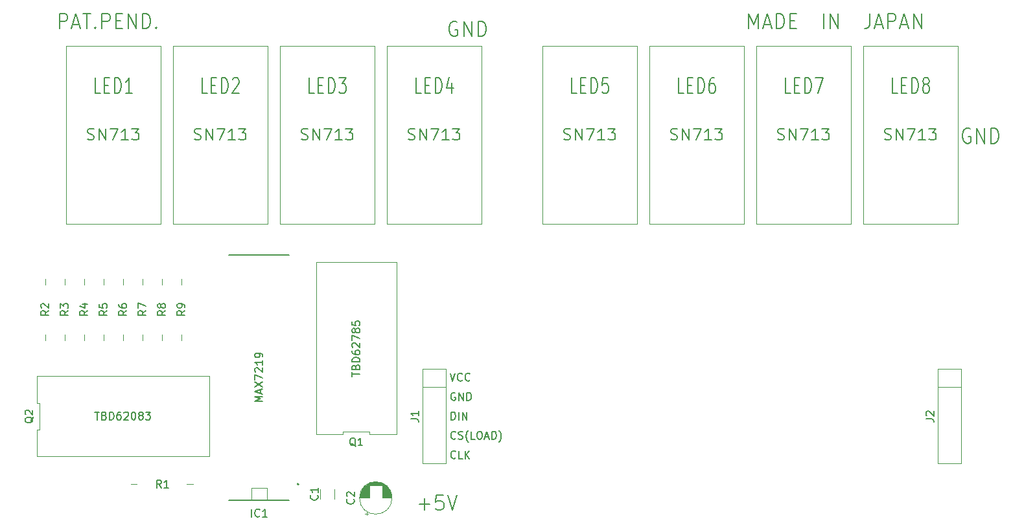
<source format=gto>
G04 #@! TF.GenerationSoftware,KiCad,Pcbnew,(5.1.5)-3*
G04 #@! TF.CreationDate,2020-06-26T18:21:24+09:00*
G04 #@! TF.ProjectId,TK80LED,544b3830-4c45-4442-9e6b-696361645f70,rev?*
G04 #@! TF.SameCoordinates,Original*
G04 #@! TF.FileFunction,Legend,Top*
G04 #@! TF.FilePolarity,Positive*
%FSLAX46Y46*%
G04 Gerber Fmt 4.6, Leading zero omitted, Abs format (unit mm)*
G04 Created by KiCad (PCBNEW (5.1.5)-3) date 2020-06-26 18:21:24*
%MOMM*%
%LPD*%
G04 APERTURE LIST*
%ADD10C,0.200000*%
%ADD11C,0.150000*%
%ADD12C,0.120000*%
%ADD13C,0.127000*%
%ADD14C,1.312000*%
%ADD15R,1.312000X1.312000*%
%ADD16O,1.702000X1.702000*%
%ADD17C,1.702000*%
%ADD18C,3.102000*%
%ADD19O,1.302000X2.102000*%
%ADD20R,1.302000X2.102000*%
%ADD21R,1.302000X1.302000*%
%ADD22C,1.302000*%
%ADD23O,2.102000X1.302000*%
%ADD24R,2.102000X1.302000*%
G04 APERTURE END LIST*
D10*
X52685714Y-66142857D02*
X54057142Y-66142857D01*
X53371428Y-66904761D02*
X53371428Y-65380952D01*
X55771428Y-64904761D02*
X54914285Y-64904761D01*
X54828571Y-65857142D01*
X54914285Y-65761904D01*
X55085714Y-65666666D01*
X55514285Y-65666666D01*
X55685714Y-65761904D01*
X55771428Y-65857142D01*
X55857142Y-66047619D01*
X55857142Y-66523809D01*
X55771428Y-66714285D01*
X55685714Y-66809523D01*
X55514285Y-66904761D01*
X55085714Y-66904761D01*
X54914285Y-66809523D01*
X54828571Y-66714285D01*
X56371428Y-64904761D02*
X56971428Y-66904761D01*
X57571428Y-64904761D01*
D11*
X32202380Y-52672857D02*
X31202380Y-52672857D01*
X31916666Y-52339523D01*
X31202380Y-52006190D01*
X32202380Y-52006190D01*
X31916666Y-51577619D02*
X31916666Y-51101428D01*
X32202380Y-51672857D02*
X31202380Y-51339523D01*
X32202380Y-51006190D01*
X31202380Y-50768095D02*
X32202380Y-50101428D01*
X31202380Y-50101428D02*
X32202380Y-50768095D01*
X31202380Y-49815714D02*
X31202380Y-49149047D01*
X32202380Y-49577619D01*
X31297619Y-48815714D02*
X31250000Y-48768095D01*
X31202380Y-48672857D01*
X31202380Y-48434761D01*
X31250000Y-48339523D01*
X31297619Y-48291904D01*
X31392857Y-48244285D01*
X31488095Y-48244285D01*
X31630952Y-48291904D01*
X32202380Y-48863333D01*
X32202380Y-48244285D01*
X32202380Y-47291904D02*
X32202380Y-47863333D01*
X32202380Y-47577619D02*
X31202380Y-47577619D01*
X31345238Y-47672857D01*
X31440476Y-47768095D01*
X31488095Y-47863333D01*
X32202380Y-46815714D02*
X32202380Y-46625238D01*
X32154761Y-46530000D01*
X32107142Y-46482380D01*
X31964285Y-46387142D01*
X31773809Y-46339523D01*
X31392857Y-46339523D01*
X31297619Y-46387142D01*
X31250000Y-46434761D01*
X31202380Y-46530000D01*
X31202380Y-46720476D01*
X31250000Y-46815714D01*
X31297619Y-46863333D01*
X31392857Y-46910952D01*
X31630952Y-46910952D01*
X31726190Y-46863333D01*
X31773809Y-46815714D01*
X31821428Y-46720476D01*
X31821428Y-46530000D01*
X31773809Y-46434761D01*
X31726190Y-46387142D01*
X31630952Y-46339523D01*
X10303333Y-54062380D02*
X10874761Y-54062380D01*
X10589047Y-55062380D02*
X10589047Y-54062380D01*
X11541428Y-54538571D02*
X11684285Y-54586190D01*
X11731904Y-54633809D01*
X11779523Y-54729047D01*
X11779523Y-54871904D01*
X11731904Y-54967142D01*
X11684285Y-55014761D01*
X11589047Y-55062380D01*
X11208095Y-55062380D01*
X11208095Y-54062380D01*
X11541428Y-54062380D01*
X11636666Y-54110000D01*
X11684285Y-54157619D01*
X11731904Y-54252857D01*
X11731904Y-54348095D01*
X11684285Y-54443333D01*
X11636666Y-54490952D01*
X11541428Y-54538571D01*
X11208095Y-54538571D01*
X12208095Y-55062380D02*
X12208095Y-54062380D01*
X12446190Y-54062380D01*
X12589047Y-54110000D01*
X12684285Y-54205238D01*
X12731904Y-54300476D01*
X12779523Y-54490952D01*
X12779523Y-54633809D01*
X12731904Y-54824285D01*
X12684285Y-54919523D01*
X12589047Y-55014761D01*
X12446190Y-55062380D01*
X12208095Y-55062380D01*
X13636666Y-54062380D02*
X13446190Y-54062380D01*
X13350952Y-54110000D01*
X13303333Y-54157619D01*
X13208095Y-54300476D01*
X13160476Y-54490952D01*
X13160476Y-54871904D01*
X13208095Y-54967142D01*
X13255714Y-55014761D01*
X13350952Y-55062380D01*
X13541428Y-55062380D01*
X13636666Y-55014761D01*
X13684285Y-54967142D01*
X13731904Y-54871904D01*
X13731904Y-54633809D01*
X13684285Y-54538571D01*
X13636666Y-54490952D01*
X13541428Y-54443333D01*
X13350952Y-54443333D01*
X13255714Y-54490952D01*
X13208095Y-54538571D01*
X13160476Y-54633809D01*
X14112857Y-54157619D02*
X14160476Y-54110000D01*
X14255714Y-54062380D01*
X14493809Y-54062380D01*
X14589047Y-54110000D01*
X14636666Y-54157619D01*
X14684285Y-54252857D01*
X14684285Y-54348095D01*
X14636666Y-54490952D01*
X14065238Y-55062380D01*
X14684285Y-55062380D01*
X15303333Y-54062380D02*
X15398571Y-54062380D01*
X15493809Y-54110000D01*
X15541428Y-54157619D01*
X15589047Y-54252857D01*
X15636666Y-54443333D01*
X15636666Y-54681428D01*
X15589047Y-54871904D01*
X15541428Y-54967142D01*
X15493809Y-55014761D01*
X15398571Y-55062380D01*
X15303333Y-55062380D01*
X15208095Y-55014761D01*
X15160476Y-54967142D01*
X15112857Y-54871904D01*
X15065238Y-54681428D01*
X15065238Y-54443333D01*
X15112857Y-54252857D01*
X15160476Y-54157619D01*
X15208095Y-54110000D01*
X15303333Y-54062380D01*
X16208095Y-54490952D02*
X16112857Y-54443333D01*
X16065238Y-54395714D01*
X16017619Y-54300476D01*
X16017619Y-54252857D01*
X16065238Y-54157619D01*
X16112857Y-54110000D01*
X16208095Y-54062380D01*
X16398571Y-54062380D01*
X16493809Y-54110000D01*
X16541428Y-54157619D01*
X16589047Y-54252857D01*
X16589047Y-54300476D01*
X16541428Y-54395714D01*
X16493809Y-54443333D01*
X16398571Y-54490952D01*
X16208095Y-54490952D01*
X16112857Y-54538571D01*
X16065238Y-54586190D01*
X16017619Y-54681428D01*
X16017619Y-54871904D01*
X16065238Y-54967142D01*
X16112857Y-55014761D01*
X16208095Y-55062380D01*
X16398571Y-55062380D01*
X16493809Y-55014761D01*
X16541428Y-54967142D01*
X16589047Y-54871904D01*
X16589047Y-54681428D01*
X16541428Y-54586190D01*
X16493809Y-54538571D01*
X16398571Y-54490952D01*
X16922380Y-54062380D02*
X17541428Y-54062380D01*
X17208095Y-54443333D01*
X17350952Y-54443333D01*
X17446190Y-54490952D01*
X17493809Y-54538571D01*
X17541428Y-54633809D01*
X17541428Y-54871904D01*
X17493809Y-54967142D01*
X17446190Y-55014761D01*
X17350952Y-55062380D01*
X17065238Y-55062380D01*
X16970000Y-55014761D01*
X16922380Y-54967142D01*
D10*
X5657142Y-3904761D02*
X5657142Y-1904761D01*
X6342857Y-1904761D01*
X6514285Y-2000000D01*
X6600000Y-2095238D01*
X6685714Y-2285714D01*
X6685714Y-2571428D01*
X6600000Y-2761904D01*
X6514285Y-2857142D01*
X6342857Y-2952380D01*
X5657142Y-2952380D01*
X7371428Y-3333333D02*
X8228571Y-3333333D01*
X7200000Y-3904761D02*
X7800000Y-1904761D01*
X8400000Y-3904761D01*
X8742857Y-1904761D02*
X9771428Y-1904761D01*
X9257142Y-3904761D02*
X9257142Y-1904761D01*
X10371428Y-3714285D02*
X10457142Y-3809523D01*
X10371428Y-3904761D01*
X10285714Y-3809523D01*
X10371428Y-3714285D01*
X10371428Y-3904761D01*
X11228571Y-3904761D02*
X11228571Y-1904761D01*
X11914285Y-1904761D01*
X12085714Y-2000000D01*
X12171428Y-2095238D01*
X12257142Y-2285714D01*
X12257142Y-2571428D01*
X12171428Y-2761904D01*
X12085714Y-2857142D01*
X11914285Y-2952380D01*
X11228571Y-2952380D01*
X13028571Y-2857142D02*
X13628571Y-2857142D01*
X13885714Y-3904761D02*
X13028571Y-3904761D01*
X13028571Y-1904761D01*
X13885714Y-1904761D01*
X14657142Y-3904761D02*
X14657142Y-1904761D01*
X15685714Y-3904761D01*
X15685714Y-1904761D01*
X16542857Y-3904761D02*
X16542857Y-1904761D01*
X16971428Y-1904761D01*
X17228571Y-2000000D01*
X17400000Y-2190476D01*
X17485714Y-2380952D01*
X17571428Y-2761904D01*
X17571428Y-3047619D01*
X17485714Y-3428571D01*
X17400000Y-3619047D01*
X17228571Y-3809523D01*
X16971428Y-3904761D01*
X16542857Y-3904761D01*
X18342857Y-3714285D02*
X18428571Y-3809523D01*
X18342857Y-3904761D01*
X18257142Y-3809523D01*
X18342857Y-3714285D01*
X18342857Y-3904761D01*
X124628571Y-17000000D02*
X124457142Y-16904761D01*
X124200000Y-16904761D01*
X123942857Y-17000000D01*
X123771428Y-17190476D01*
X123685714Y-17380952D01*
X123600000Y-17761904D01*
X123600000Y-18047619D01*
X123685714Y-18428571D01*
X123771428Y-18619047D01*
X123942857Y-18809523D01*
X124200000Y-18904761D01*
X124371428Y-18904761D01*
X124628571Y-18809523D01*
X124714285Y-18714285D01*
X124714285Y-18047619D01*
X124371428Y-18047619D01*
X125485714Y-18904761D02*
X125485714Y-16904761D01*
X126514285Y-18904761D01*
X126514285Y-16904761D01*
X127371428Y-18904761D02*
X127371428Y-16904761D01*
X127800000Y-16904761D01*
X128057142Y-17000000D01*
X128228571Y-17190476D01*
X128314285Y-17380952D01*
X128400000Y-17761904D01*
X128400000Y-18047619D01*
X128314285Y-18428571D01*
X128228571Y-18619047D01*
X128057142Y-18809523D01*
X127800000Y-18904761D01*
X127371428Y-18904761D01*
X95728571Y-3904761D02*
X95728571Y-1904761D01*
X96328571Y-3333333D01*
X96928571Y-1904761D01*
X96928571Y-3904761D01*
X97700000Y-3333333D02*
X98557142Y-3333333D01*
X97528571Y-3904761D02*
X98128571Y-1904761D01*
X98728571Y-3904761D01*
X99328571Y-3904761D02*
X99328571Y-1904761D01*
X99757142Y-1904761D01*
X100014285Y-2000000D01*
X100185714Y-2190476D01*
X100271428Y-2380952D01*
X100357142Y-2761904D01*
X100357142Y-3047619D01*
X100271428Y-3428571D01*
X100185714Y-3619047D01*
X100014285Y-3809523D01*
X99757142Y-3904761D01*
X99328571Y-3904761D01*
X101128571Y-2857142D02*
X101728571Y-2857142D01*
X101985714Y-3904761D02*
X101128571Y-3904761D01*
X101128571Y-1904761D01*
X101985714Y-1904761D01*
X105500000Y-3904761D02*
X105500000Y-1904761D01*
X106357142Y-3904761D02*
X106357142Y-1904761D01*
X107385714Y-3904761D01*
X107385714Y-1904761D01*
X111500000Y-1904761D02*
X111500000Y-3333333D01*
X111414285Y-3619047D01*
X111242857Y-3809523D01*
X110985714Y-3904761D01*
X110814285Y-3904761D01*
X112271428Y-3333333D02*
X113128571Y-3333333D01*
X112100000Y-3904761D02*
X112700000Y-1904761D01*
X113300000Y-3904761D01*
X113900000Y-3904761D02*
X113900000Y-1904761D01*
X114585714Y-1904761D01*
X114757142Y-2000000D01*
X114842857Y-2095238D01*
X114928571Y-2285714D01*
X114928571Y-2571428D01*
X114842857Y-2761904D01*
X114757142Y-2857142D01*
X114585714Y-2952380D01*
X113900000Y-2952380D01*
X115614285Y-3333333D02*
X116471428Y-3333333D01*
X115442857Y-3904761D02*
X116042857Y-1904761D01*
X116642857Y-3904761D01*
X117242857Y-3904761D02*
X117242857Y-1904761D01*
X118271428Y-3904761D01*
X118271428Y-1904761D01*
X57628571Y-3000000D02*
X57457142Y-2904761D01*
X57200000Y-2904761D01*
X56942857Y-3000000D01*
X56771428Y-3190476D01*
X56685714Y-3380952D01*
X56600000Y-3761904D01*
X56600000Y-4047619D01*
X56685714Y-4428571D01*
X56771428Y-4619047D01*
X56942857Y-4809523D01*
X57200000Y-4904761D01*
X57371428Y-4904761D01*
X57628571Y-4809523D01*
X57714285Y-4714285D01*
X57714285Y-4047619D01*
X57371428Y-4047619D01*
X58485714Y-4904761D02*
X58485714Y-2904761D01*
X59514285Y-4904761D01*
X59514285Y-2904761D01*
X60371428Y-4904761D02*
X60371428Y-2904761D01*
X60800000Y-2904761D01*
X61057142Y-3000000D01*
X61228571Y-3190476D01*
X61314285Y-3380952D01*
X61400000Y-3761904D01*
X61400000Y-4047619D01*
X61314285Y-4428571D01*
X61228571Y-4619047D01*
X61057142Y-4809523D01*
X60800000Y-4904761D01*
X60371428Y-4904761D01*
D11*
X43902380Y-49386666D02*
X43902380Y-48815238D01*
X44902380Y-49100952D02*
X43902380Y-49100952D01*
X44378571Y-48148571D02*
X44426190Y-48005714D01*
X44473809Y-47958095D01*
X44569047Y-47910476D01*
X44711904Y-47910476D01*
X44807142Y-47958095D01*
X44854761Y-48005714D01*
X44902380Y-48100952D01*
X44902380Y-48481904D01*
X43902380Y-48481904D01*
X43902380Y-48148571D01*
X43950000Y-48053333D01*
X43997619Y-48005714D01*
X44092857Y-47958095D01*
X44188095Y-47958095D01*
X44283333Y-48005714D01*
X44330952Y-48053333D01*
X44378571Y-48148571D01*
X44378571Y-48481904D01*
X44902380Y-47481904D02*
X43902380Y-47481904D01*
X43902380Y-47243809D01*
X43950000Y-47100952D01*
X44045238Y-47005714D01*
X44140476Y-46958095D01*
X44330952Y-46910476D01*
X44473809Y-46910476D01*
X44664285Y-46958095D01*
X44759523Y-47005714D01*
X44854761Y-47100952D01*
X44902380Y-47243809D01*
X44902380Y-47481904D01*
X43902380Y-46053333D02*
X43902380Y-46243809D01*
X43950000Y-46339047D01*
X43997619Y-46386666D01*
X44140476Y-46481904D01*
X44330952Y-46529523D01*
X44711904Y-46529523D01*
X44807142Y-46481904D01*
X44854761Y-46434285D01*
X44902380Y-46339047D01*
X44902380Y-46148571D01*
X44854761Y-46053333D01*
X44807142Y-46005714D01*
X44711904Y-45958095D01*
X44473809Y-45958095D01*
X44378571Y-46005714D01*
X44330952Y-46053333D01*
X44283333Y-46148571D01*
X44283333Y-46339047D01*
X44330952Y-46434285D01*
X44378571Y-46481904D01*
X44473809Y-46529523D01*
X43997619Y-45577142D02*
X43950000Y-45529523D01*
X43902380Y-45434285D01*
X43902380Y-45196190D01*
X43950000Y-45100952D01*
X43997619Y-45053333D01*
X44092857Y-45005714D01*
X44188095Y-45005714D01*
X44330952Y-45053333D01*
X44902380Y-45624761D01*
X44902380Y-45005714D01*
X43902380Y-44672380D02*
X43902380Y-44005714D01*
X44902380Y-44434285D01*
X44330952Y-43481904D02*
X44283333Y-43577142D01*
X44235714Y-43624761D01*
X44140476Y-43672380D01*
X44092857Y-43672380D01*
X43997619Y-43624761D01*
X43950000Y-43577142D01*
X43902380Y-43481904D01*
X43902380Y-43291428D01*
X43950000Y-43196190D01*
X43997619Y-43148571D01*
X44092857Y-43100952D01*
X44140476Y-43100952D01*
X44235714Y-43148571D01*
X44283333Y-43196190D01*
X44330952Y-43291428D01*
X44330952Y-43481904D01*
X44378571Y-43577142D01*
X44426190Y-43624761D01*
X44521428Y-43672380D01*
X44711904Y-43672380D01*
X44807142Y-43624761D01*
X44854761Y-43577142D01*
X44902380Y-43481904D01*
X44902380Y-43291428D01*
X44854761Y-43196190D01*
X44807142Y-43148571D01*
X44711904Y-43100952D01*
X44521428Y-43100952D01*
X44426190Y-43148571D01*
X44378571Y-43196190D01*
X44330952Y-43291428D01*
X43902380Y-42196190D02*
X43902380Y-42672380D01*
X44378571Y-42720000D01*
X44330952Y-42672380D01*
X44283333Y-42577142D01*
X44283333Y-42339047D01*
X44330952Y-42243809D01*
X44378571Y-42196190D01*
X44473809Y-42148571D01*
X44711904Y-42148571D01*
X44807142Y-42196190D01*
X44854761Y-42243809D01*
X44902380Y-42339047D01*
X44902380Y-42577142D01*
X44854761Y-42672380D01*
X44807142Y-42720000D01*
X57422023Y-60047142D02*
X57374404Y-60094761D01*
X57231547Y-60142380D01*
X57136309Y-60142380D01*
X56993452Y-60094761D01*
X56898214Y-59999523D01*
X56850595Y-59904285D01*
X56802976Y-59713809D01*
X56802976Y-59570952D01*
X56850595Y-59380476D01*
X56898214Y-59285238D01*
X56993452Y-59190000D01*
X57136309Y-59142380D01*
X57231547Y-59142380D01*
X57374404Y-59190000D01*
X57422023Y-59237619D01*
X58326785Y-60142380D02*
X57850595Y-60142380D01*
X57850595Y-59142380D01*
X58660119Y-60142380D02*
X58660119Y-59142380D01*
X59231547Y-60142380D02*
X58802976Y-59570952D01*
X59231547Y-59142380D02*
X58660119Y-59713809D01*
X57422023Y-57507142D02*
X57374404Y-57554761D01*
X57231547Y-57602380D01*
X57136309Y-57602380D01*
X56993452Y-57554761D01*
X56898214Y-57459523D01*
X56850595Y-57364285D01*
X56802976Y-57173809D01*
X56802976Y-57030952D01*
X56850595Y-56840476D01*
X56898214Y-56745238D01*
X56993452Y-56650000D01*
X57136309Y-56602380D01*
X57231547Y-56602380D01*
X57374404Y-56650000D01*
X57422023Y-56697619D01*
X57802976Y-57554761D02*
X57945833Y-57602380D01*
X58183928Y-57602380D01*
X58279166Y-57554761D01*
X58326785Y-57507142D01*
X58374404Y-57411904D01*
X58374404Y-57316666D01*
X58326785Y-57221428D01*
X58279166Y-57173809D01*
X58183928Y-57126190D01*
X57993452Y-57078571D01*
X57898214Y-57030952D01*
X57850595Y-56983333D01*
X57802976Y-56888095D01*
X57802976Y-56792857D01*
X57850595Y-56697619D01*
X57898214Y-56650000D01*
X57993452Y-56602380D01*
X58231547Y-56602380D01*
X58374404Y-56650000D01*
X59088690Y-57983333D02*
X59041071Y-57935714D01*
X58945833Y-57792857D01*
X58898214Y-57697619D01*
X58850595Y-57554761D01*
X58802976Y-57316666D01*
X58802976Y-57126190D01*
X58850595Y-56888095D01*
X58898214Y-56745238D01*
X58945833Y-56650000D01*
X59041071Y-56507142D01*
X59088690Y-56459523D01*
X59945833Y-57602380D02*
X59469642Y-57602380D01*
X59469642Y-56602380D01*
X60469642Y-56602380D02*
X60660119Y-56602380D01*
X60755357Y-56650000D01*
X60850595Y-56745238D01*
X60898214Y-56935714D01*
X60898214Y-57269047D01*
X60850595Y-57459523D01*
X60755357Y-57554761D01*
X60660119Y-57602380D01*
X60469642Y-57602380D01*
X60374404Y-57554761D01*
X60279166Y-57459523D01*
X60231547Y-57269047D01*
X60231547Y-56935714D01*
X60279166Y-56745238D01*
X60374404Y-56650000D01*
X60469642Y-56602380D01*
X61279166Y-57316666D02*
X61755357Y-57316666D01*
X61183928Y-57602380D02*
X61517261Y-56602380D01*
X61850595Y-57602380D01*
X62183928Y-57602380D02*
X62183928Y-56602380D01*
X62422023Y-56602380D01*
X62564880Y-56650000D01*
X62660119Y-56745238D01*
X62707738Y-56840476D01*
X62755357Y-57030952D01*
X62755357Y-57173809D01*
X62707738Y-57364285D01*
X62660119Y-57459523D01*
X62564880Y-57554761D01*
X62422023Y-57602380D01*
X62183928Y-57602380D01*
X63088690Y-57983333D02*
X63136309Y-57935714D01*
X63231547Y-57792857D01*
X63279166Y-57697619D01*
X63326785Y-57554761D01*
X63374404Y-57316666D01*
X63374404Y-57126190D01*
X63326785Y-56888095D01*
X63279166Y-56745238D01*
X63231547Y-56650000D01*
X63136309Y-56507142D01*
X63088690Y-56459523D01*
X56850595Y-55062380D02*
X56850595Y-54062380D01*
X57088690Y-54062380D01*
X57231547Y-54110000D01*
X57326785Y-54205238D01*
X57374404Y-54300476D01*
X57422023Y-54490952D01*
X57422023Y-54633809D01*
X57374404Y-54824285D01*
X57326785Y-54919523D01*
X57231547Y-55014761D01*
X57088690Y-55062380D01*
X56850595Y-55062380D01*
X57850595Y-55062380D02*
X57850595Y-54062380D01*
X58326785Y-55062380D02*
X58326785Y-54062380D01*
X58898214Y-55062380D01*
X58898214Y-54062380D01*
X57374404Y-51570000D02*
X57279166Y-51522380D01*
X57136309Y-51522380D01*
X56993452Y-51570000D01*
X56898214Y-51665238D01*
X56850595Y-51760476D01*
X56802976Y-51950952D01*
X56802976Y-52093809D01*
X56850595Y-52284285D01*
X56898214Y-52379523D01*
X56993452Y-52474761D01*
X57136309Y-52522380D01*
X57231547Y-52522380D01*
X57374404Y-52474761D01*
X57422023Y-52427142D01*
X57422023Y-52093809D01*
X57231547Y-52093809D01*
X57850595Y-52522380D02*
X57850595Y-51522380D01*
X58422023Y-52522380D01*
X58422023Y-51522380D01*
X58898214Y-52522380D02*
X58898214Y-51522380D01*
X59136309Y-51522380D01*
X59279166Y-51570000D01*
X59374404Y-51665238D01*
X59422023Y-51760476D01*
X59469642Y-51950952D01*
X59469642Y-52093809D01*
X59422023Y-52284285D01*
X59374404Y-52379523D01*
X59279166Y-52474761D01*
X59136309Y-52522380D01*
X58898214Y-52522380D01*
X56707738Y-48982380D02*
X57041071Y-49982380D01*
X57374404Y-48982380D01*
X58279166Y-49887142D02*
X58231547Y-49934761D01*
X58088690Y-49982380D01*
X57993452Y-49982380D01*
X57850595Y-49934761D01*
X57755357Y-49839523D01*
X57707738Y-49744285D01*
X57660119Y-49553809D01*
X57660119Y-49410952D01*
X57707738Y-49220476D01*
X57755357Y-49125238D01*
X57850595Y-49030000D01*
X57993452Y-48982380D01*
X58088690Y-48982380D01*
X58231547Y-49030000D01*
X58279166Y-49077619D01*
X59279166Y-49887142D02*
X59231547Y-49934761D01*
X59088690Y-49982380D01*
X58993452Y-49982380D01*
X58850595Y-49934761D01*
X58755357Y-49839523D01*
X58707738Y-49744285D01*
X58660119Y-49553809D01*
X58660119Y-49410952D01*
X58707738Y-49220476D01*
X58755357Y-49125238D01*
X58850595Y-49030000D01*
X58993452Y-48982380D01*
X59088690Y-48982380D01*
X59231547Y-49030000D01*
X59279166Y-49077619D01*
D12*
X30734000Y-64008000D02*
X30734000Y-65532000D01*
X32766000Y-64008000D02*
X30734000Y-64008000D01*
X32766000Y-65532000D02*
X32766000Y-64008000D01*
D13*
X35685000Y-33465000D02*
X27815000Y-33465000D01*
X35685000Y-65595000D02*
X27815000Y-65595000D01*
D10*
X36925000Y-63500000D02*
G75*
G03X36925000Y-63500000I-100000J0D01*
G01*
D12*
X15010000Y-63500000D02*
X15780000Y-63500000D01*
X23090000Y-63500000D02*
X22320000Y-63500000D01*
X21590000Y-44680000D02*
X21590000Y-43910000D01*
X21590000Y-36600000D02*
X21590000Y-37370000D01*
X19050000Y-36600000D02*
X19050000Y-37370000D01*
X19050000Y-44680000D02*
X19050000Y-43910000D01*
X16510000Y-44680000D02*
X16510000Y-43910000D01*
X16510000Y-36600000D02*
X16510000Y-37370000D01*
X13970000Y-36600000D02*
X13970000Y-37370000D01*
X13970000Y-44680000D02*
X13970000Y-43910000D01*
X11430000Y-44680000D02*
X11430000Y-43910000D01*
X11430000Y-36600000D02*
X11430000Y-37370000D01*
X8890000Y-36600000D02*
X8890000Y-37370000D01*
X8890000Y-44680000D02*
X8890000Y-43910000D01*
X6350000Y-44680000D02*
X6350000Y-43910000D01*
X6350000Y-36600000D02*
X6350000Y-37370000D01*
X3810000Y-36600000D02*
X3810000Y-37370000D01*
X3810000Y-44680000D02*
X3810000Y-43910000D01*
X41560000Y-65419000D02*
X41560000Y-64161000D01*
X39720000Y-65419000D02*
X39720000Y-64161000D01*
X68750001Y-6120000D02*
X68750000Y-29440000D01*
X81110000Y-6120000D02*
X68750001Y-6120000D01*
X81109999Y-29440000D02*
X81110000Y-6120000D01*
X68750000Y-29440000D02*
X81109999Y-29440000D01*
X49110000Y-65290000D02*
G75*
G03X49110000Y-65290000I-2120000J0D01*
G01*
X47830000Y-65290000D02*
X49070000Y-65290000D01*
X44910000Y-65290000D02*
X46150000Y-65290000D01*
X47830000Y-65250000D02*
X49070000Y-65250000D01*
X44910000Y-65250000D02*
X46150000Y-65250000D01*
X47830000Y-65210000D02*
X49069000Y-65210000D01*
X44911000Y-65210000D02*
X46150000Y-65210000D01*
X44913000Y-65170000D02*
X46150000Y-65170000D01*
X47830000Y-65170000D02*
X49067000Y-65170000D01*
X44916000Y-65130000D02*
X46150000Y-65130000D01*
X47830000Y-65130000D02*
X49064000Y-65130000D01*
X44919000Y-65090000D02*
X46150000Y-65090000D01*
X47830000Y-65090000D02*
X49061000Y-65090000D01*
X44923000Y-65050000D02*
X46150000Y-65050000D01*
X47830000Y-65050000D02*
X49057000Y-65050000D01*
X44928000Y-65010000D02*
X46150000Y-65010000D01*
X47830000Y-65010000D02*
X49052000Y-65010000D01*
X44934000Y-64970000D02*
X46150000Y-64970000D01*
X47830000Y-64970000D02*
X49046000Y-64970000D01*
X44940000Y-64930000D02*
X46150000Y-64930000D01*
X47830000Y-64930000D02*
X49040000Y-64930000D01*
X44948000Y-64890000D02*
X46150000Y-64890000D01*
X47830000Y-64890000D02*
X49032000Y-64890000D01*
X44956000Y-64850000D02*
X46150000Y-64850000D01*
X47830000Y-64850000D02*
X49024000Y-64850000D01*
X44965000Y-64810000D02*
X46150000Y-64810000D01*
X47830000Y-64810000D02*
X49015000Y-64810000D01*
X44974000Y-64770000D02*
X46150000Y-64770000D01*
X47830000Y-64770000D02*
X49006000Y-64770000D01*
X44985000Y-64730000D02*
X46150000Y-64730000D01*
X47830000Y-64730000D02*
X48995000Y-64730000D01*
X44996000Y-64690000D02*
X46150000Y-64690000D01*
X47830000Y-64690000D02*
X48984000Y-64690000D01*
X45008000Y-64650000D02*
X46150000Y-64650000D01*
X47830000Y-64650000D02*
X48972000Y-64650000D01*
X45022000Y-64610000D02*
X46150000Y-64610000D01*
X47830000Y-64610000D02*
X48958000Y-64610000D01*
X45036000Y-64569000D02*
X46150000Y-64569000D01*
X47830000Y-64569000D02*
X48944000Y-64569000D01*
X45050000Y-64529000D02*
X46150000Y-64529000D01*
X47830000Y-64529000D02*
X48930000Y-64529000D01*
X45066000Y-64489000D02*
X46150000Y-64489000D01*
X47830000Y-64489000D02*
X48914000Y-64489000D01*
X45083000Y-64449000D02*
X46150000Y-64449000D01*
X47830000Y-64449000D02*
X48897000Y-64449000D01*
X45101000Y-64409000D02*
X46150000Y-64409000D01*
X47830000Y-64409000D02*
X48879000Y-64409000D01*
X45120000Y-64369000D02*
X46150000Y-64369000D01*
X47830000Y-64369000D02*
X48860000Y-64369000D01*
X45139000Y-64329000D02*
X46150000Y-64329000D01*
X47830000Y-64329000D02*
X48841000Y-64329000D01*
X45160000Y-64289000D02*
X46150000Y-64289000D01*
X47830000Y-64289000D02*
X48820000Y-64289000D01*
X45182000Y-64249000D02*
X46150000Y-64249000D01*
X47830000Y-64249000D02*
X48798000Y-64249000D01*
X45205000Y-64209000D02*
X46150000Y-64209000D01*
X47830000Y-64209000D02*
X48775000Y-64209000D01*
X45230000Y-64169000D02*
X46150000Y-64169000D01*
X47830000Y-64169000D02*
X48750000Y-64169000D01*
X45255000Y-64129000D02*
X46150000Y-64129000D01*
X47830000Y-64129000D02*
X48725000Y-64129000D01*
X45282000Y-64089000D02*
X46150000Y-64089000D01*
X47830000Y-64089000D02*
X48698000Y-64089000D01*
X45310000Y-64049000D02*
X46150000Y-64049000D01*
X47830000Y-64049000D02*
X48670000Y-64049000D01*
X45340000Y-64009000D02*
X46150000Y-64009000D01*
X47830000Y-64009000D02*
X48640000Y-64009000D01*
X45371000Y-63969000D02*
X46150000Y-63969000D01*
X47830000Y-63969000D02*
X48609000Y-63969000D01*
X45403000Y-63929000D02*
X46150000Y-63929000D01*
X47830000Y-63929000D02*
X48577000Y-63929000D01*
X45438000Y-63889000D02*
X46150000Y-63889000D01*
X47830000Y-63889000D02*
X48542000Y-63889000D01*
X45474000Y-63849000D02*
X46150000Y-63849000D01*
X47830000Y-63849000D02*
X48506000Y-63849000D01*
X45512000Y-63809000D02*
X46150000Y-63809000D01*
X47830000Y-63809000D02*
X48468000Y-63809000D01*
X45552000Y-63769000D02*
X46150000Y-63769000D01*
X47830000Y-63769000D02*
X48428000Y-63769000D01*
X45594000Y-63729000D02*
X46150000Y-63729000D01*
X47830000Y-63729000D02*
X48386000Y-63729000D01*
X45639000Y-63689000D02*
X48341000Y-63689000D01*
X45686000Y-63649000D02*
X48294000Y-63649000D01*
X45736000Y-63609000D02*
X48244000Y-63609000D01*
X45790000Y-63569000D02*
X48190000Y-63569000D01*
X45848000Y-63529000D02*
X48132000Y-63529000D01*
X45910000Y-63489000D02*
X48070000Y-63489000D01*
X45977000Y-63449000D02*
X48003000Y-63449000D01*
X46050000Y-63409000D02*
X47930000Y-63409000D01*
X46131000Y-63369000D02*
X47849000Y-63369000D01*
X46222000Y-63329000D02*
X47758000Y-63329000D01*
X46326000Y-63289000D02*
X47654000Y-63289000D01*
X46453000Y-63249000D02*
X47527000Y-63249000D01*
X46620000Y-63209000D02*
X47360000Y-63209000D01*
X45795000Y-67559801D02*
X45795000Y-67159801D01*
X45595000Y-67359801D02*
X45995000Y-67359801D01*
X56110000Y-50800000D02*
X53110000Y-50800000D01*
X53110000Y-48430000D02*
X56110000Y-48430000D01*
X53110000Y-60790000D02*
X53110000Y-48430000D01*
X56110000Y-60790000D02*
X53110000Y-60790000D01*
X56110000Y-48430000D02*
X56110000Y-60790000D01*
X123420000Y-48430000D02*
X123420000Y-60790000D01*
X123420000Y-60790000D02*
X120420000Y-60790000D01*
X120420000Y-60790000D02*
X120420000Y-48430000D01*
X120420000Y-48430000D02*
X123420000Y-48430000D01*
X123420000Y-50800000D02*
X120420000Y-50800000D01*
X6520000Y-29440000D02*
X18879999Y-29440000D01*
X18879999Y-29440000D02*
X18880000Y-6120000D01*
X18880000Y-6120000D02*
X6520001Y-6120000D01*
X6520001Y-6120000D02*
X6520000Y-29440000D01*
X20490001Y-6120000D02*
X20490000Y-29440000D01*
X32850000Y-6120000D02*
X20490001Y-6120000D01*
X32849999Y-29440000D02*
X32850000Y-6120000D01*
X20490000Y-29440000D02*
X32849999Y-29440000D01*
X34460001Y-6120000D02*
X34460000Y-29440000D01*
X46820000Y-6120000D02*
X34460001Y-6120000D01*
X46819999Y-29440000D02*
X46820000Y-6120000D01*
X34460000Y-29440000D02*
X46819999Y-29440000D01*
X48430000Y-29440000D02*
X60789999Y-29440000D01*
X60789999Y-29440000D02*
X60790000Y-6120000D01*
X60790000Y-6120000D02*
X48430001Y-6120000D01*
X48430001Y-6120000D02*
X48430000Y-29440000D01*
X82720000Y-29440000D02*
X95079999Y-29440000D01*
X95079999Y-29440000D02*
X95080000Y-6120000D01*
X95080000Y-6120000D02*
X82720001Y-6120000D01*
X82720001Y-6120000D02*
X82720000Y-29440000D01*
X96690001Y-6120000D02*
X96690000Y-29440000D01*
X109050000Y-6120000D02*
X96690001Y-6120000D01*
X109049999Y-29440000D02*
X109050000Y-6120000D01*
X96690000Y-29440000D02*
X109049999Y-29440000D01*
X110660000Y-29440000D02*
X123019999Y-29440000D01*
X123019999Y-29440000D02*
X123020000Y-6120000D01*
X123020000Y-6120000D02*
X110660001Y-6120000D01*
X110660001Y-6120000D02*
X110660000Y-29440000D01*
X46203333Y-56980000D02*
X49709999Y-56980000D01*
X46203333Y-56620000D02*
X46203333Y-56980000D01*
X42696667Y-56620000D02*
X46203333Y-56620000D01*
X42696667Y-56980000D02*
X42696667Y-56620000D01*
X39190000Y-56980000D02*
X42696667Y-56980000D01*
X39190001Y-34460000D02*
X39190000Y-56980000D01*
X49710000Y-34460000D02*
X39190001Y-34460000D01*
X49709999Y-56980000D02*
X49710000Y-34460000D01*
X2710000Y-59869999D02*
X25230000Y-59870000D01*
X25230000Y-59870000D02*
X25230000Y-49350001D01*
X25230000Y-49350001D02*
X2710000Y-49350000D01*
X2710000Y-49350000D02*
X2710000Y-52856667D01*
X2710000Y-52856667D02*
X3070000Y-52856667D01*
X3070000Y-52856667D02*
X3070000Y-56363333D01*
X3070000Y-56363333D02*
X2710000Y-56363333D01*
X2710000Y-56363333D02*
X2710000Y-59869999D01*
D11*
X30773809Y-67762380D02*
X30773809Y-66762380D01*
X31821428Y-67667142D02*
X31773809Y-67714761D01*
X31630952Y-67762380D01*
X31535714Y-67762380D01*
X31392857Y-67714761D01*
X31297619Y-67619523D01*
X31250000Y-67524285D01*
X31202380Y-67333809D01*
X31202380Y-67190952D01*
X31250000Y-67000476D01*
X31297619Y-66905238D01*
X31392857Y-66810000D01*
X31535714Y-66762380D01*
X31630952Y-66762380D01*
X31773809Y-66810000D01*
X31821428Y-66857619D01*
X32773809Y-67762380D02*
X32202380Y-67762380D01*
X32488095Y-67762380D02*
X32488095Y-66762380D01*
X32392857Y-66905238D01*
X32297619Y-67000476D01*
X32202380Y-67048095D01*
X18963333Y-63952380D02*
X18630000Y-63476190D01*
X18391904Y-63952380D02*
X18391904Y-62952380D01*
X18772857Y-62952380D01*
X18868095Y-63000000D01*
X18915714Y-63047619D01*
X18963333Y-63142857D01*
X18963333Y-63285714D01*
X18915714Y-63380952D01*
X18868095Y-63428571D01*
X18772857Y-63476190D01*
X18391904Y-63476190D01*
X19915714Y-63952380D02*
X19344285Y-63952380D01*
X19630000Y-63952380D02*
X19630000Y-62952380D01*
X19534761Y-63095238D01*
X19439523Y-63190476D01*
X19344285Y-63238095D01*
X22042380Y-40806666D02*
X21566190Y-41140000D01*
X22042380Y-41378095D02*
X21042380Y-41378095D01*
X21042380Y-40997142D01*
X21090000Y-40901904D01*
X21137619Y-40854285D01*
X21232857Y-40806666D01*
X21375714Y-40806666D01*
X21470952Y-40854285D01*
X21518571Y-40901904D01*
X21566190Y-40997142D01*
X21566190Y-41378095D01*
X22042380Y-40330476D02*
X22042380Y-40140000D01*
X21994761Y-40044761D01*
X21947142Y-39997142D01*
X21804285Y-39901904D01*
X21613809Y-39854285D01*
X21232857Y-39854285D01*
X21137619Y-39901904D01*
X21090000Y-39949523D01*
X21042380Y-40044761D01*
X21042380Y-40235238D01*
X21090000Y-40330476D01*
X21137619Y-40378095D01*
X21232857Y-40425714D01*
X21470952Y-40425714D01*
X21566190Y-40378095D01*
X21613809Y-40330476D01*
X21661428Y-40235238D01*
X21661428Y-40044761D01*
X21613809Y-39949523D01*
X21566190Y-39901904D01*
X21470952Y-39854285D01*
X19502380Y-40806666D02*
X19026190Y-41140000D01*
X19502380Y-41378095D02*
X18502380Y-41378095D01*
X18502380Y-40997142D01*
X18550000Y-40901904D01*
X18597619Y-40854285D01*
X18692857Y-40806666D01*
X18835714Y-40806666D01*
X18930952Y-40854285D01*
X18978571Y-40901904D01*
X19026190Y-40997142D01*
X19026190Y-41378095D01*
X18930952Y-40235238D02*
X18883333Y-40330476D01*
X18835714Y-40378095D01*
X18740476Y-40425714D01*
X18692857Y-40425714D01*
X18597619Y-40378095D01*
X18550000Y-40330476D01*
X18502380Y-40235238D01*
X18502380Y-40044761D01*
X18550000Y-39949523D01*
X18597619Y-39901904D01*
X18692857Y-39854285D01*
X18740476Y-39854285D01*
X18835714Y-39901904D01*
X18883333Y-39949523D01*
X18930952Y-40044761D01*
X18930952Y-40235238D01*
X18978571Y-40330476D01*
X19026190Y-40378095D01*
X19121428Y-40425714D01*
X19311904Y-40425714D01*
X19407142Y-40378095D01*
X19454761Y-40330476D01*
X19502380Y-40235238D01*
X19502380Y-40044761D01*
X19454761Y-39949523D01*
X19407142Y-39901904D01*
X19311904Y-39854285D01*
X19121428Y-39854285D01*
X19026190Y-39901904D01*
X18978571Y-39949523D01*
X18930952Y-40044761D01*
X16962380Y-40806666D02*
X16486190Y-41140000D01*
X16962380Y-41378095D02*
X15962380Y-41378095D01*
X15962380Y-40997142D01*
X16010000Y-40901904D01*
X16057619Y-40854285D01*
X16152857Y-40806666D01*
X16295714Y-40806666D01*
X16390952Y-40854285D01*
X16438571Y-40901904D01*
X16486190Y-40997142D01*
X16486190Y-41378095D01*
X15962380Y-40473333D02*
X15962380Y-39806666D01*
X16962380Y-40235238D01*
X14422380Y-40806666D02*
X13946190Y-41140000D01*
X14422380Y-41378095D02*
X13422380Y-41378095D01*
X13422380Y-40997142D01*
X13470000Y-40901904D01*
X13517619Y-40854285D01*
X13612857Y-40806666D01*
X13755714Y-40806666D01*
X13850952Y-40854285D01*
X13898571Y-40901904D01*
X13946190Y-40997142D01*
X13946190Y-41378095D01*
X13422380Y-39949523D02*
X13422380Y-40140000D01*
X13470000Y-40235238D01*
X13517619Y-40282857D01*
X13660476Y-40378095D01*
X13850952Y-40425714D01*
X14231904Y-40425714D01*
X14327142Y-40378095D01*
X14374761Y-40330476D01*
X14422380Y-40235238D01*
X14422380Y-40044761D01*
X14374761Y-39949523D01*
X14327142Y-39901904D01*
X14231904Y-39854285D01*
X13993809Y-39854285D01*
X13898571Y-39901904D01*
X13850952Y-39949523D01*
X13803333Y-40044761D01*
X13803333Y-40235238D01*
X13850952Y-40330476D01*
X13898571Y-40378095D01*
X13993809Y-40425714D01*
X11882380Y-40806666D02*
X11406190Y-41140000D01*
X11882380Y-41378095D02*
X10882380Y-41378095D01*
X10882380Y-40997142D01*
X10930000Y-40901904D01*
X10977619Y-40854285D01*
X11072857Y-40806666D01*
X11215714Y-40806666D01*
X11310952Y-40854285D01*
X11358571Y-40901904D01*
X11406190Y-40997142D01*
X11406190Y-41378095D01*
X10882380Y-39901904D02*
X10882380Y-40378095D01*
X11358571Y-40425714D01*
X11310952Y-40378095D01*
X11263333Y-40282857D01*
X11263333Y-40044761D01*
X11310952Y-39949523D01*
X11358571Y-39901904D01*
X11453809Y-39854285D01*
X11691904Y-39854285D01*
X11787142Y-39901904D01*
X11834761Y-39949523D01*
X11882380Y-40044761D01*
X11882380Y-40282857D01*
X11834761Y-40378095D01*
X11787142Y-40425714D01*
X9342380Y-40806666D02*
X8866190Y-41140000D01*
X9342380Y-41378095D02*
X8342380Y-41378095D01*
X8342380Y-40997142D01*
X8390000Y-40901904D01*
X8437619Y-40854285D01*
X8532857Y-40806666D01*
X8675714Y-40806666D01*
X8770952Y-40854285D01*
X8818571Y-40901904D01*
X8866190Y-40997142D01*
X8866190Y-41378095D01*
X8675714Y-39949523D02*
X9342380Y-39949523D01*
X8294761Y-40187619D02*
X9009047Y-40425714D01*
X9009047Y-39806666D01*
X6802380Y-40806666D02*
X6326190Y-41140000D01*
X6802380Y-41378095D02*
X5802380Y-41378095D01*
X5802380Y-40997142D01*
X5850000Y-40901904D01*
X5897619Y-40854285D01*
X5992857Y-40806666D01*
X6135714Y-40806666D01*
X6230952Y-40854285D01*
X6278571Y-40901904D01*
X6326190Y-40997142D01*
X6326190Y-41378095D01*
X5802380Y-40473333D02*
X5802380Y-39854285D01*
X6183333Y-40187619D01*
X6183333Y-40044761D01*
X6230952Y-39949523D01*
X6278571Y-39901904D01*
X6373809Y-39854285D01*
X6611904Y-39854285D01*
X6707142Y-39901904D01*
X6754761Y-39949523D01*
X6802380Y-40044761D01*
X6802380Y-40330476D01*
X6754761Y-40425714D01*
X6707142Y-40473333D01*
X4262380Y-40806666D02*
X3786190Y-41140000D01*
X4262380Y-41378095D02*
X3262380Y-41378095D01*
X3262380Y-40997142D01*
X3310000Y-40901904D01*
X3357619Y-40854285D01*
X3452857Y-40806666D01*
X3595714Y-40806666D01*
X3690952Y-40854285D01*
X3738571Y-40901904D01*
X3786190Y-40997142D01*
X3786190Y-41378095D01*
X3357619Y-40425714D02*
X3310000Y-40378095D01*
X3262380Y-40282857D01*
X3262380Y-40044761D01*
X3310000Y-39949523D01*
X3357619Y-39901904D01*
X3452857Y-39854285D01*
X3548095Y-39854285D01*
X3690952Y-39901904D01*
X4262380Y-40473333D01*
X4262380Y-39854285D01*
X39347142Y-64936666D02*
X39394761Y-64984285D01*
X39442380Y-65127142D01*
X39442380Y-65222380D01*
X39394761Y-65365238D01*
X39299523Y-65460476D01*
X39204285Y-65508095D01*
X39013809Y-65555714D01*
X38870952Y-65555714D01*
X38680476Y-65508095D01*
X38585238Y-65460476D01*
X38490000Y-65365238D01*
X38442380Y-65222380D01*
X38442380Y-65127142D01*
X38490000Y-64984285D01*
X38537619Y-64936666D01*
X39442380Y-63984285D02*
X39442380Y-64555714D01*
X39442380Y-64270000D02*
X38442380Y-64270000D01*
X38585238Y-64365238D01*
X38680476Y-64460476D01*
X38728095Y-64555714D01*
X73251428Y-12334761D02*
X72537142Y-12334761D01*
X72537142Y-10334761D01*
X73751428Y-11287142D02*
X74251428Y-11287142D01*
X74465714Y-12334761D02*
X73751428Y-12334761D01*
X73751428Y-10334761D01*
X74465714Y-10334761D01*
X75108571Y-12334761D02*
X75108571Y-10334761D01*
X75465714Y-10334761D01*
X75680000Y-10430000D01*
X75822857Y-10620476D01*
X75894285Y-10810952D01*
X75965714Y-11191904D01*
X75965714Y-11477619D01*
X75894285Y-11858571D01*
X75822857Y-12049047D01*
X75680000Y-12239523D01*
X75465714Y-12334761D01*
X75108571Y-12334761D01*
X77322857Y-10334761D02*
X76608571Y-10334761D01*
X76537142Y-11287142D01*
X76608571Y-11191904D01*
X76751428Y-11096666D01*
X77108571Y-11096666D01*
X77251428Y-11191904D01*
X77322857Y-11287142D01*
X77394285Y-11477619D01*
X77394285Y-11953809D01*
X77322857Y-12144285D01*
X77251428Y-12239523D01*
X77108571Y-12334761D01*
X76751428Y-12334761D01*
X76608571Y-12239523D01*
X76537142Y-12144285D01*
X71572857Y-18387142D02*
X71787142Y-18458571D01*
X72144285Y-18458571D01*
X72287142Y-18387142D01*
X72358571Y-18315714D01*
X72430000Y-18172857D01*
X72430000Y-18030000D01*
X72358571Y-17887142D01*
X72287142Y-17815714D01*
X72144285Y-17744285D01*
X71858571Y-17672857D01*
X71715714Y-17601428D01*
X71644285Y-17530000D01*
X71572857Y-17387142D01*
X71572857Y-17244285D01*
X71644285Y-17101428D01*
X71715714Y-17030000D01*
X71858571Y-16958571D01*
X72215714Y-16958571D01*
X72430000Y-17030000D01*
X73072857Y-18458571D02*
X73072857Y-16958571D01*
X73930000Y-18458571D01*
X73930000Y-16958571D01*
X74501428Y-16958571D02*
X75501428Y-16958571D01*
X74858571Y-18458571D01*
X76858571Y-18458571D02*
X76001428Y-18458571D01*
X76430000Y-18458571D02*
X76430000Y-16958571D01*
X76287142Y-17172857D01*
X76144285Y-17315714D01*
X76001428Y-17387142D01*
X77358571Y-16958571D02*
X78287142Y-16958571D01*
X77787142Y-17530000D01*
X78001428Y-17530000D01*
X78144285Y-17601428D01*
X78215714Y-17672857D01*
X78287142Y-17815714D01*
X78287142Y-18172857D01*
X78215714Y-18315714D01*
X78144285Y-18387142D01*
X78001428Y-18458571D01*
X77572857Y-18458571D01*
X77430000Y-18387142D01*
X77358571Y-18315714D01*
X44097142Y-65456666D02*
X44144761Y-65504285D01*
X44192380Y-65647142D01*
X44192380Y-65742380D01*
X44144761Y-65885238D01*
X44049523Y-65980476D01*
X43954285Y-66028095D01*
X43763809Y-66075714D01*
X43620952Y-66075714D01*
X43430476Y-66028095D01*
X43335238Y-65980476D01*
X43240000Y-65885238D01*
X43192380Y-65742380D01*
X43192380Y-65647142D01*
X43240000Y-65504285D01*
X43287619Y-65456666D01*
X43287619Y-65075714D02*
X43240000Y-65028095D01*
X43192380Y-64932857D01*
X43192380Y-64694761D01*
X43240000Y-64599523D01*
X43287619Y-64551904D01*
X43382857Y-64504285D01*
X43478095Y-64504285D01*
X43620952Y-64551904D01*
X44192380Y-65123333D01*
X44192380Y-64504285D01*
X51562380Y-54943333D02*
X52276666Y-54943333D01*
X52419523Y-54990952D01*
X52514761Y-55086190D01*
X52562380Y-55229047D01*
X52562380Y-55324285D01*
X52562380Y-53943333D02*
X52562380Y-54514761D01*
X52562380Y-54229047D02*
X51562380Y-54229047D01*
X51705238Y-54324285D01*
X51800476Y-54419523D01*
X51848095Y-54514761D01*
X118872380Y-54943333D02*
X119586666Y-54943333D01*
X119729523Y-54990952D01*
X119824761Y-55086190D01*
X119872380Y-55229047D01*
X119872380Y-55324285D01*
X118967619Y-54514761D02*
X118920000Y-54467142D01*
X118872380Y-54371904D01*
X118872380Y-54133809D01*
X118920000Y-54038571D01*
X118967619Y-53990952D01*
X119062857Y-53943333D01*
X119158095Y-53943333D01*
X119300952Y-53990952D01*
X119872380Y-54562380D01*
X119872380Y-53943333D01*
X11021428Y-12334761D02*
X10307142Y-12334761D01*
X10307142Y-10334761D01*
X11521428Y-11287142D02*
X12021428Y-11287142D01*
X12235714Y-12334761D02*
X11521428Y-12334761D01*
X11521428Y-10334761D01*
X12235714Y-10334761D01*
X12878571Y-12334761D02*
X12878571Y-10334761D01*
X13235714Y-10334761D01*
X13450000Y-10430000D01*
X13592857Y-10620476D01*
X13664285Y-10810952D01*
X13735714Y-11191904D01*
X13735714Y-11477619D01*
X13664285Y-11858571D01*
X13592857Y-12049047D01*
X13450000Y-12239523D01*
X13235714Y-12334761D01*
X12878571Y-12334761D01*
X15164285Y-12334761D02*
X14307142Y-12334761D01*
X14735714Y-12334761D02*
X14735714Y-10334761D01*
X14592857Y-10620476D01*
X14450000Y-10810952D01*
X14307142Y-10906190D01*
X9342857Y-18387142D02*
X9557142Y-18458571D01*
X9914285Y-18458571D01*
X10057142Y-18387142D01*
X10128571Y-18315714D01*
X10200000Y-18172857D01*
X10200000Y-18030000D01*
X10128571Y-17887142D01*
X10057142Y-17815714D01*
X9914285Y-17744285D01*
X9628571Y-17672857D01*
X9485714Y-17601428D01*
X9414285Y-17530000D01*
X9342857Y-17387142D01*
X9342857Y-17244285D01*
X9414285Y-17101428D01*
X9485714Y-17030000D01*
X9628571Y-16958571D01*
X9985714Y-16958571D01*
X10200000Y-17030000D01*
X10842857Y-18458571D02*
X10842857Y-16958571D01*
X11700000Y-18458571D01*
X11700000Y-16958571D01*
X12271428Y-16958571D02*
X13271428Y-16958571D01*
X12628571Y-18458571D01*
X14628571Y-18458571D02*
X13771428Y-18458571D01*
X14200000Y-18458571D02*
X14200000Y-16958571D01*
X14057142Y-17172857D01*
X13914285Y-17315714D01*
X13771428Y-17387142D01*
X15128571Y-16958571D02*
X16057142Y-16958571D01*
X15557142Y-17530000D01*
X15771428Y-17530000D01*
X15914285Y-17601428D01*
X15985714Y-17672857D01*
X16057142Y-17815714D01*
X16057142Y-18172857D01*
X15985714Y-18315714D01*
X15914285Y-18387142D01*
X15771428Y-18458571D01*
X15342857Y-18458571D01*
X15200000Y-18387142D01*
X15128571Y-18315714D01*
X24991428Y-12334761D02*
X24277142Y-12334761D01*
X24277142Y-10334761D01*
X25491428Y-11287142D02*
X25991428Y-11287142D01*
X26205714Y-12334761D02*
X25491428Y-12334761D01*
X25491428Y-10334761D01*
X26205714Y-10334761D01*
X26848571Y-12334761D02*
X26848571Y-10334761D01*
X27205714Y-10334761D01*
X27420000Y-10430000D01*
X27562857Y-10620476D01*
X27634285Y-10810952D01*
X27705714Y-11191904D01*
X27705714Y-11477619D01*
X27634285Y-11858571D01*
X27562857Y-12049047D01*
X27420000Y-12239523D01*
X27205714Y-12334761D01*
X26848571Y-12334761D01*
X28277142Y-10525238D02*
X28348571Y-10430000D01*
X28491428Y-10334761D01*
X28848571Y-10334761D01*
X28991428Y-10430000D01*
X29062857Y-10525238D01*
X29134285Y-10715714D01*
X29134285Y-10906190D01*
X29062857Y-11191904D01*
X28205714Y-12334761D01*
X29134285Y-12334761D01*
X23312857Y-18387142D02*
X23527142Y-18458571D01*
X23884285Y-18458571D01*
X24027142Y-18387142D01*
X24098571Y-18315714D01*
X24170000Y-18172857D01*
X24170000Y-18030000D01*
X24098571Y-17887142D01*
X24027142Y-17815714D01*
X23884285Y-17744285D01*
X23598571Y-17672857D01*
X23455714Y-17601428D01*
X23384285Y-17530000D01*
X23312857Y-17387142D01*
X23312857Y-17244285D01*
X23384285Y-17101428D01*
X23455714Y-17030000D01*
X23598571Y-16958571D01*
X23955714Y-16958571D01*
X24170000Y-17030000D01*
X24812857Y-18458571D02*
X24812857Y-16958571D01*
X25670000Y-18458571D01*
X25670000Y-16958571D01*
X26241428Y-16958571D02*
X27241428Y-16958571D01*
X26598571Y-18458571D01*
X28598571Y-18458571D02*
X27741428Y-18458571D01*
X28170000Y-18458571D02*
X28170000Y-16958571D01*
X28027142Y-17172857D01*
X27884285Y-17315714D01*
X27741428Y-17387142D01*
X29098571Y-16958571D02*
X30027142Y-16958571D01*
X29527142Y-17530000D01*
X29741428Y-17530000D01*
X29884285Y-17601428D01*
X29955714Y-17672857D01*
X30027142Y-17815714D01*
X30027142Y-18172857D01*
X29955714Y-18315714D01*
X29884285Y-18387142D01*
X29741428Y-18458571D01*
X29312857Y-18458571D01*
X29170000Y-18387142D01*
X29098571Y-18315714D01*
X38961428Y-12334761D02*
X38247142Y-12334761D01*
X38247142Y-10334761D01*
X39461428Y-11287142D02*
X39961428Y-11287142D01*
X40175714Y-12334761D02*
X39461428Y-12334761D01*
X39461428Y-10334761D01*
X40175714Y-10334761D01*
X40818571Y-12334761D02*
X40818571Y-10334761D01*
X41175714Y-10334761D01*
X41390000Y-10430000D01*
X41532857Y-10620476D01*
X41604285Y-10810952D01*
X41675714Y-11191904D01*
X41675714Y-11477619D01*
X41604285Y-11858571D01*
X41532857Y-12049047D01*
X41390000Y-12239523D01*
X41175714Y-12334761D01*
X40818571Y-12334761D01*
X42175714Y-10334761D02*
X43104285Y-10334761D01*
X42604285Y-11096666D01*
X42818571Y-11096666D01*
X42961428Y-11191904D01*
X43032857Y-11287142D01*
X43104285Y-11477619D01*
X43104285Y-11953809D01*
X43032857Y-12144285D01*
X42961428Y-12239523D01*
X42818571Y-12334761D01*
X42390000Y-12334761D01*
X42247142Y-12239523D01*
X42175714Y-12144285D01*
X37282857Y-18387142D02*
X37497142Y-18458571D01*
X37854285Y-18458571D01*
X37997142Y-18387142D01*
X38068571Y-18315714D01*
X38140000Y-18172857D01*
X38140000Y-18030000D01*
X38068571Y-17887142D01*
X37997142Y-17815714D01*
X37854285Y-17744285D01*
X37568571Y-17672857D01*
X37425714Y-17601428D01*
X37354285Y-17530000D01*
X37282857Y-17387142D01*
X37282857Y-17244285D01*
X37354285Y-17101428D01*
X37425714Y-17030000D01*
X37568571Y-16958571D01*
X37925714Y-16958571D01*
X38140000Y-17030000D01*
X38782857Y-18458571D02*
X38782857Y-16958571D01*
X39640000Y-18458571D01*
X39640000Y-16958571D01*
X40211428Y-16958571D02*
X41211428Y-16958571D01*
X40568571Y-18458571D01*
X42568571Y-18458571D02*
X41711428Y-18458571D01*
X42140000Y-18458571D02*
X42140000Y-16958571D01*
X41997142Y-17172857D01*
X41854285Y-17315714D01*
X41711428Y-17387142D01*
X43068571Y-16958571D02*
X43997142Y-16958571D01*
X43497142Y-17530000D01*
X43711428Y-17530000D01*
X43854285Y-17601428D01*
X43925714Y-17672857D01*
X43997142Y-17815714D01*
X43997142Y-18172857D01*
X43925714Y-18315714D01*
X43854285Y-18387142D01*
X43711428Y-18458571D01*
X43282857Y-18458571D01*
X43140000Y-18387142D01*
X43068571Y-18315714D01*
X52931428Y-12334761D02*
X52217142Y-12334761D01*
X52217142Y-10334761D01*
X53431428Y-11287142D02*
X53931428Y-11287142D01*
X54145714Y-12334761D02*
X53431428Y-12334761D01*
X53431428Y-10334761D01*
X54145714Y-10334761D01*
X54788571Y-12334761D02*
X54788571Y-10334761D01*
X55145714Y-10334761D01*
X55360000Y-10430000D01*
X55502857Y-10620476D01*
X55574285Y-10810952D01*
X55645714Y-11191904D01*
X55645714Y-11477619D01*
X55574285Y-11858571D01*
X55502857Y-12049047D01*
X55360000Y-12239523D01*
X55145714Y-12334761D01*
X54788571Y-12334761D01*
X56931428Y-11001428D02*
X56931428Y-12334761D01*
X56574285Y-10239523D02*
X56217142Y-11668095D01*
X57145714Y-11668095D01*
X51252857Y-18387142D02*
X51467142Y-18458571D01*
X51824285Y-18458571D01*
X51967142Y-18387142D01*
X52038571Y-18315714D01*
X52110000Y-18172857D01*
X52110000Y-18030000D01*
X52038571Y-17887142D01*
X51967142Y-17815714D01*
X51824285Y-17744285D01*
X51538571Y-17672857D01*
X51395714Y-17601428D01*
X51324285Y-17530000D01*
X51252857Y-17387142D01*
X51252857Y-17244285D01*
X51324285Y-17101428D01*
X51395714Y-17030000D01*
X51538571Y-16958571D01*
X51895714Y-16958571D01*
X52110000Y-17030000D01*
X52752857Y-18458571D02*
X52752857Y-16958571D01*
X53610000Y-18458571D01*
X53610000Y-16958571D01*
X54181428Y-16958571D02*
X55181428Y-16958571D01*
X54538571Y-18458571D01*
X56538571Y-18458571D02*
X55681428Y-18458571D01*
X56110000Y-18458571D02*
X56110000Y-16958571D01*
X55967142Y-17172857D01*
X55824285Y-17315714D01*
X55681428Y-17387142D01*
X57038571Y-16958571D02*
X57967142Y-16958571D01*
X57467142Y-17530000D01*
X57681428Y-17530000D01*
X57824285Y-17601428D01*
X57895714Y-17672857D01*
X57967142Y-17815714D01*
X57967142Y-18172857D01*
X57895714Y-18315714D01*
X57824285Y-18387142D01*
X57681428Y-18458571D01*
X57252857Y-18458571D01*
X57110000Y-18387142D01*
X57038571Y-18315714D01*
X87221428Y-12334761D02*
X86507142Y-12334761D01*
X86507142Y-10334761D01*
X87721428Y-11287142D02*
X88221428Y-11287142D01*
X88435714Y-12334761D02*
X87721428Y-12334761D01*
X87721428Y-10334761D01*
X88435714Y-10334761D01*
X89078571Y-12334761D02*
X89078571Y-10334761D01*
X89435714Y-10334761D01*
X89650000Y-10430000D01*
X89792857Y-10620476D01*
X89864285Y-10810952D01*
X89935714Y-11191904D01*
X89935714Y-11477619D01*
X89864285Y-11858571D01*
X89792857Y-12049047D01*
X89650000Y-12239523D01*
X89435714Y-12334761D01*
X89078571Y-12334761D01*
X91221428Y-10334761D02*
X90935714Y-10334761D01*
X90792857Y-10430000D01*
X90721428Y-10525238D01*
X90578571Y-10810952D01*
X90507142Y-11191904D01*
X90507142Y-11953809D01*
X90578571Y-12144285D01*
X90650000Y-12239523D01*
X90792857Y-12334761D01*
X91078571Y-12334761D01*
X91221428Y-12239523D01*
X91292857Y-12144285D01*
X91364285Y-11953809D01*
X91364285Y-11477619D01*
X91292857Y-11287142D01*
X91221428Y-11191904D01*
X91078571Y-11096666D01*
X90792857Y-11096666D01*
X90650000Y-11191904D01*
X90578571Y-11287142D01*
X90507142Y-11477619D01*
X85542857Y-18387142D02*
X85757142Y-18458571D01*
X86114285Y-18458571D01*
X86257142Y-18387142D01*
X86328571Y-18315714D01*
X86400000Y-18172857D01*
X86400000Y-18030000D01*
X86328571Y-17887142D01*
X86257142Y-17815714D01*
X86114285Y-17744285D01*
X85828571Y-17672857D01*
X85685714Y-17601428D01*
X85614285Y-17530000D01*
X85542857Y-17387142D01*
X85542857Y-17244285D01*
X85614285Y-17101428D01*
X85685714Y-17030000D01*
X85828571Y-16958571D01*
X86185714Y-16958571D01*
X86400000Y-17030000D01*
X87042857Y-18458571D02*
X87042857Y-16958571D01*
X87900000Y-18458571D01*
X87900000Y-16958571D01*
X88471428Y-16958571D02*
X89471428Y-16958571D01*
X88828571Y-18458571D01*
X90828571Y-18458571D02*
X89971428Y-18458571D01*
X90400000Y-18458571D02*
X90400000Y-16958571D01*
X90257142Y-17172857D01*
X90114285Y-17315714D01*
X89971428Y-17387142D01*
X91328571Y-16958571D02*
X92257142Y-16958571D01*
X91757142Y-17530000D01*
X91971428Y-17530000D01*
X92114285Y-17601428D01*
X92185714Y-17672857D01*
X92257142Y-17815714D01*
X92257142Y-18172857D01*
X92185714Y-18315714D01*
X92114285Y-18387142D01*
X91971428Y-18458571D01*
X91542857Y-18458571D01*
X91400000Y-18387142D01*
X91328571Y-18315714D01*
X101191428Y-12334761D02*
X100477142Y-12334761D01*
X100477142Y-10334761D01*
X101691428Y-11287142D02*
X102191428Y-11287142D01*
X102405714Y-12334761D02*
X101691428Y-12334761D01*
X101691428Y-10334761D01*
X102405714Y-10334761D01*
X103048571Y-12334761D02*
X103048571Y-10334761D01*
X103405714Y-10334761D01*
X103620000Y-10430000D01*
X103762857Y-10620476D01*
X103834285Y-10810952D01*
X103905714Y-11191904D01*
X103905714Y-11477619D01*
X103834285Y-11858571D01*
X103762857Y-12049047D01*
X103620000Y-12239523D01*
X103405714Y-12334761D01*
X103048571Y-12334761D01*
X104405714Y-10334761D02*
X105405714Y-10334761D01*
X104762857Y-12334761D01*
X99512857Y-18387142D02*
X99727142Y-18458571D01*
X100084285Y-18458571D01*
X100227142Y-18387142D01*
X100298571Y-18315714D01*
X100370000Y-18172857D01*
X100370000Y-18030000D01*
X100298571Y-17887142D01*
X100227142Y-17815714D01*
X100084285Y-17744285D01*
X99798571Y-17672857D01*
X99655714Y-17601428D01*
X99584285Y-17530000D01*
X99512857Y-17387142D01*
X99512857Y-17244285D01*
X99584285Y-17101428D01*
X99655714Y-17030000D01*
X99798571Y-16958571D01*
X100155714Y-16958571D01*
X100370000Y-17030000D01*
X101012857Y-18458571D02*
X101012857Y-16958571D01*
X101870000Y-18458571D01*
X101870000Y-16958571D01*
X102441428Y-16958571D02*
X103441428Y-16958571D01*
X102798571Y-18458571D01*
X104798571Y-18458571D02*
X103941428Y-18458571D01*
X104370000Y-18458571D02*
X104370000Y-16958571D01*
X104227142Y-17172857D01*
X104084285Y-17315714D01*
X103941428Y-17387142D01*
X105298571Y-16958571D02*
X106227142Y-16958571D01*
X105727142Y-17530000D01*
X105941428Y-17530000D01*
X106084285Y-17601428D01*
X106155714Y-17672857D01*
X106227142Y-17815714D01*
X106227142Y-18172857D01*
X106155714Y-18315714D01*
X106084285Y-18387142D01*
X105941428Y-18458571D01*
X105512857Y-18458571D01*
X105370000Y-18387142D01*
X105298571Y-18315714D01*
X115161428Y-12334761D02*
X114447142Y-12334761D01*
X114447142Y-10334761D01*
X115661428Y-11287142D02*
X116161428Y-11287142D01*
X116375714Y-12334761D02*
X115661428Y-12334761D01*
X115661428Y-10334761D01*
X116375714Y-10334761D01*
X117018571Y-12334761D02*
X117018571Y-10334761D01*
X117375714Y-10334761D01*
X117590000Y-10430000D01*
X117732857Y-10620476D01*
X117804285Y-10810952D01*
X117875714Y-11191904D01*
X117875714Y-11477619D01*
X117804285Y-11858571D01*
X117732857Y-12049047D01*
X117590000Y-12239523D01*
X117375714Y-12334761D01*
X117018571Y-12334761D01*
X118732857Y-11191904D02*
X118590000Y-11096666D01*
X118518571Y-11001428D01*
X118447142Y-10810952D01*
X118447142Y-10715714D01*
X118518571Y-10525238D01*
X118590000Y-10430000D01*
X118732857Y-10334761D01*
X119018571Y-10334761D01*
X119161428Y-10430000D01*
X119232857Y-10525238D01*
X119304285Y-10715714D01*
X119304285Y-10810952D01*
X119232857Y-11001428D01*
X119161428Y-11096666D01*
X119018571Y-11191904D01*
X118732857Y-11191904D01*
X118590000Y-11287142D01*
X118518571Y-11382380D01*
X118447142Y-11572857D01*
X118447142Y-11953809D01*
X118518571Y-12144285D01*
X118590000Y-12239523D01*
X118732857Y-12334761D01*
X119018571Y-12334761D01*
X119161428Y-12239523D01*
X119232857Y-12144285D01*
X119304285Y-11953809D01*
X119304285Y-11572857D01*
X119232857Y-11382380D01*
X119161428Y-11287142D01*
X119018571Y-11191904D01*
X113482857Y-18387142D02*
X113697142Y-18458571D01*
X114054285Y-18458571D01*
X114197142Y-18387142D01*
X114268571Y-18315714D01*
X114340000Y-18172857D01*
X114340000Y-18030000D01*
X114268571Y-17887142D01*
X114197142Y-17815714D01*
X114054285Y-17744285D01*
X113768571Y-17672857D01*
X113625714Y-17601428D01*
X113554285Y-17530000D01*
X113482857Y-17387142D01*
X113482857Y-17244285D01*
X113554285Y-17101428D01*
X113625714Y-17030000D01*
X113768571Y-16958571D01*
X114125714Y-16958571D01*
X114340000Y-17030000D01*
X114982857Y-18458571D02*
X114982857Y-16958571D01*
X115840000Y-18458571D01*
X115840000Y-16958571D01*
X116411428Y-16958571D02*
X117411428Y-16958571D01*
X116768571Y-18458571D01*
X118768571Y-18458571D02*
X117911428Y-18458571D01*
X118340000Y-18458571D02*
X118340000Y-16958571D01*
X118197142Y-17172857D01*
X118054285Y-17315714D01*
X117911428Y-17387142D01*
X119268571Y-16958571D02*
X120197142Y-16958571D01*
X119697142Y-17530000D01*
X119911428Y-17530000D01*
X120054285Y-17601428D01*
X120125714Y-17672857D01*
X120197142Y-17815714D01*
X120197142Y-18172857D01*
X120125714Y-18315714D01*
X120054285Y-18387142D01*
X119911428Y-18458571D01*
X119482857Y-18458571D01*
X119340000Y-18387142D01*
X119268571Y-18315714D01*
X44354761Y-58527619D02*
X44259523Y-58480000D01*
X44164285Y-58384761D01*
X44021428Y-58241904D01*
X43926190Y-58194285D01*
X43830952Y-58194285D01*
X43878571Y-58432380D02*
X43783333Y-58384761D01*
X43688095Y-58289523D01*
X43640476Y-58099047D01*
X43640476Y-57765714D01*
X43688095Y-57575238D01*
X43783333Y-57480000D01*
X43878571Y-57432380D01*
X44069047Y-57432380D01*
X44164285Y-57480000D01*
X44259523Y-57575238D01*
X44307142Y-57765714D01*
X44307142Y-58099047D01*
X44259523Y-58289523D01*
X44164285Y-58384761D01*
X44069047Y-58432380D01*
X43878571Y-58432380D01*
X45259523Y-58432380D02*
X44688095Y-58432380D01*
X44973809Y-58432380D02*
X44973809Y-57432380D01*
X44878571Y-57575238D01*
X44783333Y-57670476D01*
X44688095Y-57718095D01*
X2257619Y-54705238D02*
X2210000Y-54800476D01*
X2114761Y-54895714D01*
X1971904Y-55038571D01*
X1924285Y-55133809D01*
X1924285Y-55229047D01*
X2162380Y-55181428D02*
X2114761Y-55276666D01*
X2019523Y-55371904D01*
X1829047Y-55419523D01*
X1495714Y-55419523D01*
X1305238Y-55371904D01*
X1210000Y-55276666D01*
X1162380Y-55181428D01*
X1162380Y-54990952D01*
X1210000Y-54895714D01*
X1305238Y-54800476D01*
X1495714Y-54752857D01*
X1829047Y-54752857D01*
X2019523Y-54800476D01*
X2114761Y-54895714D01*
X2162380Y-54990952D01*
X2162380Y-55181428D01*
X1257619Y-54371904D02*
X1210000Y-54324285D01*
X1162380Y-54229047D01*
X1162380Y-53990952D01*
X1210000Y-53895714D01*
X1257619Y-53848095D01*
X1352857Y-53800476D01*
X1448095Y-53800476D01*
X1590952Y-53848095D01*
X2162380Y-54419523D01*
X2162380Y-53800476D01*
%LPC*%
D14*
X27780000Y-63500000D03*
X27780000Y-60960000D03*
X27780000Y-58420000D03*
X27780000Y-55880000D03*
X27780000Y-53340000D03*
X27780000Y-50800000D03*
X27780000Y-48260000D03*
X27780000Y-45720000D03*
X27780000Y-43180000D03*
X27780000Y-40640000D03*
X27780000Y-38100000D03*
X27780000Y-35560000D03*
X35720000Y-35560000D03*
X35720000Y-38100000D03*
X35720000Y-40640000D03*
X35720000Y-43180000D03*
X35720000Y-45720000D03*
X35720000Y-48260000D03*
X35720000Y-50800000D03*
X35720000Y-53340000D03*
X35720000Y-55880000D03*
X35720000Y-58420000D03*
X35720000Y-60960000D03*
D15*
X35720000Y-63500000D03*
D16*
X13970000Y-63500000D03*
D17*
X24130000Y-63500000D03*
D16*
X21590000Y-45720000D03*
D17*
X21590000Y-35560000D03*
X19050000Y-35560000D03*
D16*
X19050000Y-45720000D03*
X16510000Y-45720000D03*
D17*
X16510000Y-35560000D03*
X13970000Y-35560000D03*
D16*
X13970000Y-45720000D03*
X11430000Y-45720000D03*
D17*
X11430000Y-35560000D03*
X8890000Y-35560000D03*
D16*
X8890000Y-45720000D03*
X6350000Y-45720000D03*
D17*
X6350000Y-35560000D03*
X3810000Y-35560000D03*
D16*
X3810000Y-45720000D03*
D17*
X40640000Y-63540000D03*
X40640000Y-66040000D03*
D18*
X55520000Y-37530000D03*
X121520000Y-37530000D03*
D19*
X80010000Y-27940000D03*
X80010000Y-7620000D03*
X77470000Y-27940000D03*
X77470000Y-7620000D03*
X74930000Y-27940000D03*
X74930000Y-7620000D03*
X72390000Y-27940000D03*
X72390000Y-7620000D03*
D20*
X69850000Y-27940000D03*
D19*
X69850000Y-7620000D03*
D18*
X3200000Y-66800000D03*
X126800000Y-66800000D03*
X126800000Y-3200000D03*
X3200000Y-3200000D03*
D21*
X46990000Y-66040000D03*
D22*
X46990000Y-64540000D03*
D23*
X54610000Y-59690000D03*
X54610000Y-57150000D03*
X54610000Y-54610000D03*
X54610000Y-52070000D03*
D24*
X54610000Y-49530000D03*
X121920000Y-49530000D03*
D23*
X121920000Y-52070000D03*
X121920000Y-54610000D03*
X121920000Y-57150000D03*
X121920000Y-59690000D03*
D19*
X7620000Y-7620000D03*
D20*
X7620000Y-27940000D03*
D19*
X10160000Y-7620000D03*
X10160000Y-27940000D03*
X12700000Y-7620000D03*
X12700000Y-27940000D03*
X15240000Y-7620000D03*
X15240000Y-27940000D03*
X17780000Y-7620000D03*
X17780000Y-27940000D03*
X31750000Y-27940000D03*
X31750000Y-7620000D03*
X29210000Y-27940000D03*
X29210000Y-7620000D03*
X26670000Y-27940000D03*
X26670000Y-7620000D03*
X24130000Y-27940000D03*
X24130000Y-7620000D03*
D20*
X21590000Y-27940000D03*
D19*
X21590000Y-7620000D03*
X45720000Y-27940000D03*
X45720000Y-7620000D03*
X43180000Y-27940000D03*
X43180000Y-7620000D03*
X40640000Y-27940000D03*
X40640000Y-7620000D03*
X38100000Y-27940000D03*
X38100000Y-7620000D03*
D20*
X35560000Y-27940000D03*
D19*
X35560000Y-7620000D03*
X49530000Y-7620000D03*
D20*
X49530000Y-27940000D03*
D19*
X52070000Y-7620000D03*
X52070000Y-27940000D03*
X54610000Y-7620000D03*
X54610000Y-27940000D03*
X57150000Y-7620000D03*
X57150000Y-27940000D03*
X59690000Y-7620000D03*
X59690000Y-27940000D03*
X83820000Y-7620000D03*
D20*
X83820000Y-27940000D03*
D19*
X86360000Y-7620000D03*
X86360000Y-27940000D03*
X88900000Y-7620000D03*
X88900000Y-27940000D03*
X91440000Y-7620000D03*
X91440000Y-27940000D03*
X93980000Y-7620000D03*
X93980000Y-27940000D03*
X107950000Y-27940000D03*
X107950000Y-7620000D03*
X105410000Y-27940000D03*
X105410000Y-7620000D03*
X102870000Y-27940000D03*
X102870000Y-7620000D03*
X100330000Y-27940000D03*
X100330000Y-7620000D03*
D20*
X97790000Y-27940000D03*
D19*
X97790000Y-7620000D03*
X111760000Y-7620000D03*
D20*
X111760000Y-27940000D03*
D19*
X114300000Y-7620000D03*
X114300000Y-27940000D03*
X116840000Y-7620000D03*
X116840000Y-27940000D03*
X119380000Y-7620000D03*
X119380000Y-27940000D03*
X121920000Y-7620000D03*
X121920000Y-27940000D03*
D23*
X48210000Y-35560000D03*
X40690000Y-35560000D03*
X48210000Y-38100000D03*
X40690000Y-38100000D03*
X48210000Y-40640000D03*
X40690000Y-40640000D03*
X48210000Y-43180000D03*
X40690000Y-43180000D03*
X48210000Y-45720000D03*
X40690000Y-45720000D03*
X48210000Y-48260000D03*
X40690000Y-48260000D03*
X48210000Y-50800000D03*
X40690000Y-50800000D03*
X48210000Y-53340000D03*
X40690000Y-53340000D03*
D24*
X48210000Y-55880000D03*
D23*
X40690000Y-55880000D03*
D19*
X3810000Y-50850000D03*
D20*
X3810000Y-58370000D03*
D19*
X6350000Y-50850000D03*
X6350000Y-58370000D03*
X8890000Y-50850000D03*
X8890000Y-58370000D03*
X11430000Y-50850000D03*
X11430000Y-58370000D03*
X13970000Y-50850000D03*
X13970000Y-58370000D03*
X16510000Y-50850000D03*
X16510000Y-58370000D03*
X19050000Y-50850000D03*
X19050000Y-58370000D03*
X21590000Y-50850000D03*
X21590000Y-58370000D03*
X24130000Y-50850000D03*
X24130000Y-58370000D03*
M02*

</source>
